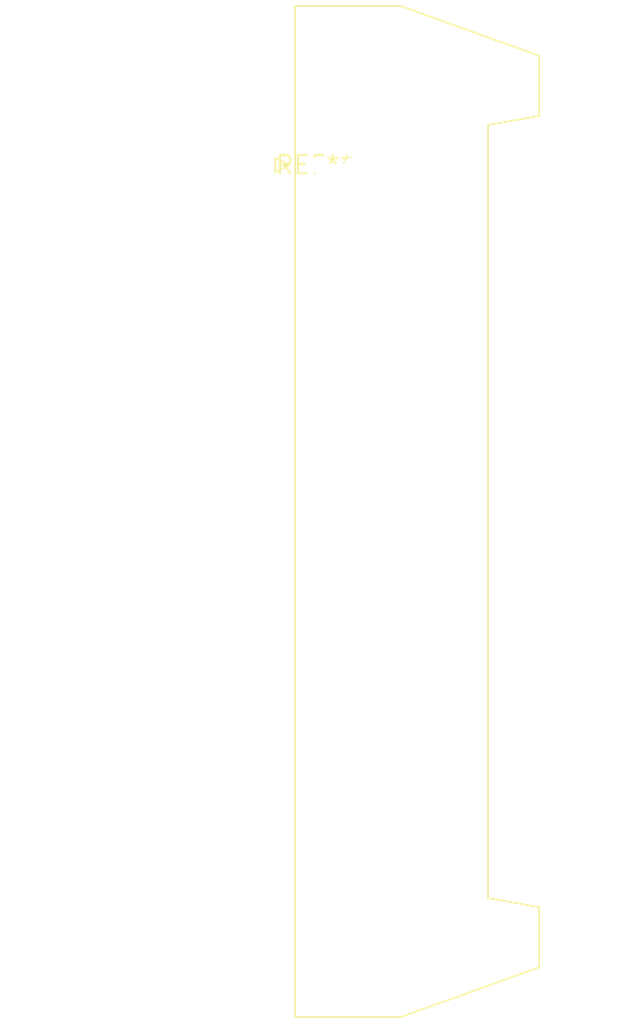
<source format=kicad_pcb>
(kicad_pcb (version 20240108) (generator pcbnew)
  (layers (0 "F.Cu" signal) (31 "B.Cu" signal) (34 "B.Paste" user) (35 "F.Paste" user) (36 "B.SilkS" user "B.Silkscreen") (37 "F.SilkS" user "F.Silkscreen") (38 "B.Mask" user) (39 "F.Mask" user) (44 "Edge.Cuts" user))
  (net 0 "")
  (footprint "IDC-Header_2x20_P2.54mm_Latch_Horizontal" (layer "F.Cu") (at 0 0)
    (property "Reference" "REF**")
    (property "Value" "IDC-Header_2x20_P2.54mm_Latch_Horizontal")
    (fp_line (start -2.74 -0.5) (end -2.74 0.5) (layer "F.SilkS") (stroke (width 0.12)))
    (fp_line (start -2.74 0.5) (end -1.74 0) (layer "F.SilkS") (stroke (width 0.12)))
    (fp_line (start -1.74 0) (end -2.74 -0.5) (layer "F.SilkS") (stroke (width 0.12)))
    (fp_line (start -1.35 -11.08) (end 5.98 -11.08) (layer "F.SilkS") (stroke (width 0.12)))
    (fp_line (start -1.35 59.34) (end -1.35 -11.08) (layer "F.SilkS") (stroke (width 0.12)))
    (fp_line (start 5.98 -11.08) (end 15.64 -7.61) (layer "F.SilkS") (stroke (width 0.12)))
    (fp_line (start 5.98 59.34) (end -1.35 59.34) (layer "F.SilkS") (stroke (width 0.12)))
    (fp_line (start 12.08 -2.79) (end 12.08 51.05) (layer "F.SilkS") (stroke (width 0.12)))
    (fp_line (start 12.08 51.05) (end 15.64 51.68) (layer "F.SilkS") (stroke (width 0.12)))
    (fp_line (start 15.64 -7.61) (end 15.64 -3.42) (layer "F.SilkS") (stroke (width 0.12)))
    (fp_line (start 15.64 -3.42) (end 12.08 -2.79) (layer "F.SilkS") (stroke (width 0.12)))
    (fp_line (start 15.64 51.68) (end 15.64 55.87) (layer "F.SilkS") (stroke (width 0.12)))
    (fp_line (start 15.64 55.87) (end 5.98 59.34) (layer "F.SilkS") (stroke (width 0.12)))
    (pad "1" thru_hole roundrect (at 0 0) (size 1.7 1.7) (drill 1) (layers *.Cu *.Mask) (remove_unused_layers) (roundrect_rratio 0.147059))
    (pad "2" thru_hole circle (at 2.54 0) (size 1.7 1.7) (drill 1) (layers *.Cu *.Mask) (remove_unused_layers))
    (pad "3" thru_hole circle (at 0 2.54) (size 1.7 1.7) (drill 1) (layers *.Cu *.Mask) (remove_unused_layers))
    (pad "4" thru_hole circle (at 2.54 2.54) (size 1.7 1.7) (drill 1) (layers *.Cu *.Mask) (remove_unused_layers))
    (pad "5" thru_hole circle (at 0 5.08) (size 1.7 1.7) (drill 1) (layers *.Cu *.Mask) (remove_unused_layers))
    (pad "6" thru_hole circle (at 2.54 5.08) (size 1.7 1.7) (drill 1) (layers *.Cu *.Mask) (remove_unused_layers))
    (pad "7" thru_hole circle (at 0 7.62) (size 1.7 1.7) (drill 1) (layers *.Cu *.Mask) (remove_unused_layers))
    (pad "8" thru_hole circle (at 2.54 7.62) (size 1.7 1.7) (drill 1) (layers *.Cu *.Mask) (remove_unused_layers))
    (pad "9" thru_hole circle (at 0 10.16) (size 1.7 1.7) (drill 1) (layers *.Cu *.Mask) (remove_unused_layers))
    (pad "10" thru_hole circle (at 2.54 10.16) (size 1.7 1.7) (drill 1) (layers *.Cu *.Mask) (remove_unused_layers))
    (pad "11" thru_hole circle (at 0 12.7) (size 1.7 1.7) (drill 1) (layers *.Cu *.Mask) (remove_unused_layers))
    (pad "12" thru_hole circle (at 2.54 12.7) (size 1.7 1.7) (drill 1) (layers *.Cu *.Mask) (remove_unused_layers))
    (pad "13" thru_hole circle (at 0 15.24) (size 1.7 1.7) (drill 1) (layers *.Cu *.Mask) (remove_unused_layers))
    (pad "14" thru_hole circle (at 2.54 15.24) (size 1.7 1.7) (drill 1) (layers *.Cu *.Mask) (remove_unused_layers))
    (pad "15" thru_hole circle (at 0 17.78) (size 1.7 1.7) (drill 1) (layers *.Cu *.Mask) (remove_unused_layers))
    (pad "16" thru_hole circle (at 2.54 17.78) (size 1.7 1.7) (drill 1) (layers *.Cu *.Mask) (remove_unused_layers))
    (pad "17" thru_hole circle (at 0 20.32) (size 1.7 1.7) (drill 1) (layers *.Cu *.Mask) (remove_unused_layers))
    (pad "18" thru_hole circle (at 2.54 20.32) (size 1.7 1.7) (drill 1) (layers *.Cu *.Mask) (remove_unused_layers))
    (pad "19" thru_hole circle (at 0 22.86) (size 1.7 1.7) (drill 1) (layers *.Cu *.Mask) (remove_unused_layers))
    (pad "20" thru_hole circle (at 2.54 22.86) (size 1.7 1.7) (drill 1) (layers *.Cu *.Mask) (remove_unused_layers))
    (pad "21" thru_hole circle (at 0 25.4) (size 1.7 1.7) (drill 1) (layers *.Cu *.Mask) (remove_unused_layers))
    (pad "22" thru_hole circle (at 2.54 25.4) (size 1.7 1.7) (drill 1) (layers *.Cu *.Mask) (remove_unused_layers))
    (pad "23" thru_hole circle (at 0 27.94) (size 1.7 1.7) (drill 1) (layers *.Cu *.Mask) (remove_unused_layers))
    (pad "24" thru_hole circle (at 2.54 27.94) (size 1.7 1.7) (drill 1) (layers *.Cu *.Mask) (remove_unused_layers))
    (pad "25" thru_hole circle (at 0 30.48) (size 1.7 1.7) (drill 1) (layers *.Cu *.Mask) (remove_unused_layers))
    (pad "26" thru_hole circle (at 2.54 30.48) (size 1.7 1.7) (drill 1) (layers *.Cu *.Mask) (remove_unused_layers))
    (pad "27" thru_hole circle (at 0 33.02) (size 1.7 1.7) (drill 1) (layers *.Cu *.Mask) (remove_unused_layers))
    (pad "28" thru_hole circle (at 2.54 33.02) (size 1.7 1.7) (drill 1) (layers *.Cu *.Mask) (remove_unused_layers))
    (pad "29" thru_hole circle (at 0 35.56) (size 1.7 1.7) (drill 1) (layers *.Cu *.Mask) (remove_unused_layers))
    (pad "30" thru_hole circle (at 2.54 35.56) (size 1.7 1.7) (drill 1) (layers *.Cu *.Mask) (remove_unused_layers))
    (pad "31" thru_hole circle (at 0 38.1) (size 1.7 1.7) (drill 1) (layers *.Cu *.Mask) (remove_unused_layers))
    (pad "32" thru_hole circle (at 2.54 38.1) (size 1.7 1.7) (drill 1) (layers *.Cu *.Mask) (remove_unused_layers))
    (pad "33" thru_hole circle (at 0 40.64) (size 1.7 1.7) (drill 1) (layers *.Cu *.Mask) (remove_unused_layers))
    (pad "34" thru_hole circle (at 2.54 40.64) (size 1.7 1.7) (drill 1) (layers *.Cu *.Mask) (remove_unused_layers))
    (pad "35" thru_hole circle (at 0 43.18) (size 1.7 1.7) (drill 1) (layers *.Cu *.Mask) (remove_unused_layers))
    (pad "36" thru_hole circle (at 2.54 43.18) (size 1.7 1.7) (drill 1) (layers *.Cu *.Mask) (remove_unused_layers))
    (pad "37" thru_hole circle (at 0 45.72) (size 1.7 1.7) (drill 1) (layers *.Cu *.Mask) (remove_unused_layers))
    (pad "38" thru_hole circle (at 2.54 45.72) (size 1.7 1.7) (drill 1) (layers *.Cu *.Mask) (remove_unused_layers))
    (pad "39" thru_hole circle (at 0 48.26) (size 1.7 1.7) (drill 1) (layers *.Cu *.Mask) (remove_unused_layers))
    (pad "40" thru_hole circle (at 2.54 48.26) (size 1.7 1.7) (drill 1) (layers *.Cu *.Mask) (remove_unused_layers))
  )
)
</source>
